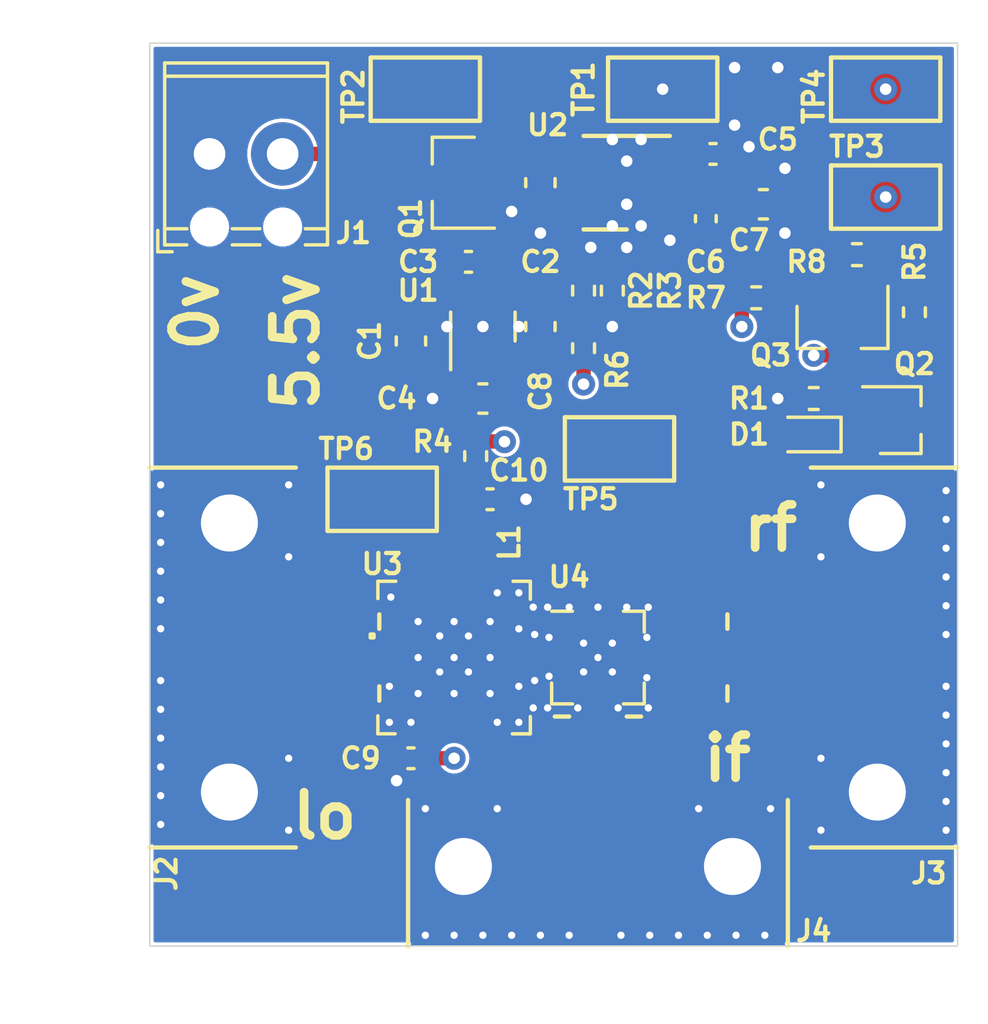
<source format=kicad_pcb>
(kicad_pcb (version 20201220) (generator pcbnew)
  (layers (0 "F.Cu" signal) (1 "In1.Cu" signal) (2 "In2.Cu" signal) (31 "B.Cu" signal) (34 "B.Paste" user) (35 "F.Paste" user) (36 "B.SilkS" user "B.Silkscreen") (37 "F.SilkS" user "F.Silkscreen") (38 "B.Mask" user) (39 "F.Mask" user) (44 "Edge.Cuts" user))
  (net 0 "")
  (net 1 "GND")
  (net 2 "Net-(C1-Pad1)")
  (net 3 "Net-(C3-Pad2)")
  (net 4 "Net-(C3-Pad1)")
  (net 5 "Net-(C4-Pad1)")
  (net 6 "Net-(C5-Pad1)")
  (net 7 "Net-(C6-Pad1)")
  (net 8 "Net-(C8-Pad1)")
  (net 9 "-5V")
  (net 10 "VDD")
  (net 11 "Net-(D1-Pad1)")
  (net 12 "Net-(J1-Pad2)")
  (net 13 "Net-(J2-Pad1)")
  (net 14 "Net-(J3-Pad1)")
  (net 15 "Net-(J4-Pad1)")
  (net 16 "Net-(L1-Pad2)")
  (net 17 "Net-(Q2-Pad3)")
  (net 18 "Net-(Q2-Pad1)")
  (net 19 "Net-(Q3-Pad3)")
  (net 20 "+5V")
  (net 21 "Net-(Q3-Pad1)")
  (net 22 "Net-(R2-Pad2)")
  (net 23 "Net-(TP6-Pad1)")
  (net 24 "no_connect_28")
  (net 25 "no_connect_27")
  (net 26 "Net-(U3-Pad5)")
  (net 27 "no_connect_26")
  (net 28 "no_connect_25")
  (footprint "jtk_rf_footprints:sw_edge_oshpark_4layer" (layer "F.Cu") (at 115 78.550001 180)
    (fp_text reference "J4")
    (fp_text value "Conn_Coaxial")
  )
  (footprint "Diode_SMD:D_SOD-523" (layer "F.Cu") (at 122.3 60.75 180)
    (fp_text reference "D1")
    (fp_text value "MM5Z3V3T1G")
  )
  (footprint "Resistor_SMD:R_0402_1005Metric" (layer "F.Cu") (at 120.5 56)
    (fp_text reference "R7")
    (fp_text value "0")
  )
  (footprint "TestPoint:TestPoint_Keystone_5015_Micro-Minature" (layer "F.Cu") (at 115.75 61.25)
    (fp_text reference "TP5")
    (fp_text value "TestPoint")
  )
  (footprint "Resistor_SMD:R_0402_1005Metric" (layer "F.Cu") (at 110.75 61.5 -90)
    (fp_text reference "R4")
    (fp_text value "0")
  )
  (footprint "Resistor_SMD:R_0402_1005Metric" (layer "F.Cu") (at 115.5 55.75 -90)
    (fp_text reference "R3")
    (fp_text value "10k")
  )
  (footprint "TestPoint:TestPoint_Keystone_5015_Micro-Minature" (layer "F.Cu") (at 125 52.5)
    (fp_text reference "TP3")
    (fp_text value "TestPoint")
  )
  (footprint "Capacitor_SMD:C_0402_1005Metric" (layer "F.Cu") (at 111.25 63)
    (fp_text reference "C10")
    (fp_text value "100 nF")
  )
  (footprint "Capacitor_SMD:C_0402_1005Metric" (layer "F.Cu") (at 110.5 54.75)
    (fp_text reference "C3")
    (fp_text value "1 uF")
  )
  (footprint "Capacitor_SMD:C_0603_1608Metric" (layer "F.Cu") (at 113 52 -90)
    (fp_text reference "C2")
    (fp_text value "4.7 uF")
  )
  (footprint "Capacitor_SMD:C_0603_1608Metric" (layer "F.Cu") (at 111 59.5 180)
    (fp_text reference "C4")
    (fp_text value "4.7 uF")
  )
  (footprint "jtk_rf_footprints:sw_edge_oshpark_4layer" (layer "F.Cu") (at 127.5 68.5 -90)
    (fp_text reference "J3")
    (fp_text value "Conn_Coaxial")
  )
  (footprint "TestPoint:TestPoint_Keystone_5015_Micro-Minature" (layer "F.Cu") (at 125 48.75 180)
    (fp_text reference "TP4")
    (fp_text value "TestPoint")
  )
  (footprint "TestPoint:TestPoint_Keystone_5015_Micro-Minature" (layer "F.Cu") (at 109 48.75)
    (fp_text reference "TP2")
    (fp_text value "TestPoint")
  )
  (footprint "Package_TO_SOT_SMD:SOT-323_SC-70" (layer "F.Cu") (at 125.5 60.25)
    (fp_text reference "Q2")
    (fp_text value "BC848W")
  )
  (footprint "jtk_rf_footprints:AQFN-12-1EP_3x3mm_P0.5mm_EP1.5x1.5mm-MAMX" (layer "F.Cu") (at 115 68.5)
    (fp_text reference "U4")
    (fp_text value "MAMX-011036")
  )
  (footprint "Capacitor_SMD:C_0603_1608Metric" (layer "F.Cu") (at 108.5 57.5 90)
    (fp_text reference "C1")
    (fp_text value "4.7 uF")
  )
  (footprint "Capacitor_SMD:C_0402_1005Metric" (layer "F.Cu") (at 108.5 72 180)
    (fp_text reference "C9")
    (fp_text value "100 nF")
  )
  (footprint "Capacitor_SMD:C_0603_1608Metric" (layer "F.Cu") (at 120.75 52.75)
    (fp_text reference "C7")
    (fp_text value "4.7 uF")
  )
  (footprint "Package_TO_SOT_SMD:SOT-23" (layer "F.Cu") (at 110 52 180)
    (fp_text reference "Q1")
    (fp_text value "IRLML6401")
  )
  (footprint "Package_TO_SOT_SMD:SOT-23" (layer "F.Cu") (at 123.5 57 -90)
    (fp_text reference "Q3")
    (fp_text value "IRLML6401")
  )
  (footprint "Capacitor_SMD:C_0402_1005Metric" (layer "F.Cu") (at 118.75 53.25 -90)
    (fp_text reference "C6")
    (fp_text value "1 nF")
  )
  (footprint "Capacitor_SMD:C_0402_1005Metric" (layer "F.Cu") (at 119 51)
    (fp_text reference "C5")
    (fp_text value "1 nF")
  )
  (footprint "Resistor_SMD:R_0402_1005Metric" (layer "F.Cu") (at 122.5 59.5 180)
    (fp_text reference "R1")
    (fp_text value "10k")
  )
  (footprint "jtk_rf_footprints:MACOM_LGA9" (layer "F.Cu") (at 110 68.5)
    (fp_text reference "U3")
    (fp_text value "MAAM-011109")
  )
  (footprint "TestPoint:TestPoint_Keystone_5015_Micro-Minature" (layer "F.Cu") (at 107.5 63 180)
    (fp_text reference "TP6")
    (fp_text value "Vdet")
  )
  (footprint "TestPoint:TestPoint_Keystone_5015_Micro-Minature" (layer "F.Cu") (at 117.25 48.75 180)
    (fp_text reference "TP1")
    (fp_text value "TestPoint")
  )
  (footprint "Inductor_SMD:L_0402_1005Metric" (layer "F.Cu") (at 110.75 64.5 -90)
    (fp_text reference "L1")
    (fp_text value "BLM18BB471")
  )
  (footprint "Resistor_SMD:R_0402_1005Metric" (layer "F.Cu") (at 114.5 55.75 90)
    (fp_text reference "R2")
    (fp_text value "10k")
  )
  (footprint "Resistor_SMD:R_0402_1005Metric" (layer "F.Cu") (at 124 54.5 180)
    (fp_text reference "R8")
    (fp_text value "10k")
  )
  (footprint "Resistor_SMD:R_0402_1005Metric" (layer "F.Cu") (at 114.5 57.75 -90)
    (fp_text reference "R6")
    (fp_text value "0")
  )
  (footprint "Capacitor_SMD:C_0603_1608Metric" (layer "F.Cu") (at 113 57 90)
    (fp_text reference "C8")
    (fp_text value "4.7 uF")
  )
  (footprint "Resistor_SMD:R_0402_1005Metric" (layer "F.Cu") (at 126 56.5 90)
    (fp_text reference "R5")
    (fp_text value "10k")
  )
  (footprint "TerminalBlock_Phoenix:TerminalBlock_Phoenix_MPT-0,5-2-2.54_1x02_P2.54mm_Horizontal" (layer "F.Cu") (at 101.5 51)
    (fp_text reference "J1")
    (fp_text value "Screw_Terminal_01x02")
  )
  (footprint "Package_SON:WSON-8-1EP_2x2mm_P0.5mm_EP0.9x1.6mm" (layer "F.Cu") (at 111 57 90)
    (fp_text reference "U1")
    (fp_text value "LM27761")
  )
  (footprint "Package_DFN_QFN:DFN-8-1EP_3x3mm_P0.5mm_EP1.66x2.38mm" (layer "F.Cu") (at 116 52 180)
    (fp_text reference "U2")
    (fp_text value "ADM7170ACPZ-5.0-R7")
  )
  (footprint "jtk_rf_footprints:sw_edge_oshpark_4layer" (layer "F.Cu") (at 99.400001 68.499999 90)
    (fp_text reference "J2")
    (fp_text value "Conn_Coaxial")
  )
  (gr_rect (start 127.5 78.525) (end 99.425 47.15) (layer "Edge.Cuts") (width 0.05) (fill none))
  (gr_text "rf" (at 121 64) (layer "F.SilkS") (effects (font (size 1.5 1.5) (thickness 0.3))))
  (gr_text "lo" (at 105.5 74) (layer "F.SilkS") (effects (font (size 1.5 1.5) (thickness 0.3))))
  (gr_text "0v" (at 101 56.5 90) (layer "F.SilkS") (effects (font (size 1.5 1.5) (thickness 0.3))))
  (gr_text "5.5v" (at 104.5 57.5 90) (layer "F.SilkS") (effects (font (size 1.5 1.5) (thickness 0.3))))
  (gr_text "if" (at 119.5 72) (layer "F.SilkS") (effects (font (size 1.5 1.5) (thickness 0.3))))
  (segment (start 115.5 56.26) (end 115.5 57) (width 0.5) (layer "F.Cu") (net 1))
  (segment (start 111.73 63) (end 112.5 63) (width 0.5) (layer "F.Cu") (net 1))
  (segment (start 113 52.775) (end 113 53.5) (width 0.5) (layer "F.Cu") (net 1))
  (segment (start 110.225 59.5) (end 109.25 59.5) (width 0.25) (layer "F.Cu") (net 1))
  (segment (start 110.75 57.95) (end 110.75 57.25) (width 0.25) (layer "F.Cu") (net 1))
  (segment (start 110.225 59.5) (end 110.225 59.025) (width 0.25) (layer "F.Cu") (net 1))
  (segment (start 111 52.95) (end 111.95 52.95) (width 0.5) (layer "F.Cu") (net 1))
  (segment (start 119.48 51) (end 120.25 51) (width 0.25) (layer "F.Cu") (net 1))
  (segment (start 108.02 72) (end 108.02 72.757) (width 0.5) (layer "F.Cu") (net 1))
  (segment (start 110.225 59.025) (end 110.75 58.5) (width 0.25) (layer "F.Cu") (net 1))
  (segment (start 111.95 52.95) (end 112 53) (width 0.5) (layer "F.Cu") (net 1))
  (segment (start 110.75 58.5) (end 110.75 57.95) (width 0.25) (layer "F.Cu") (net 1))
  (segment (start 114.6 51.75) (end 115.75 51.75) (width 0.25) (layer "F.Cu") (net 1))
  (segment (start 110.75 57.25) (end 111 57) (width 0.25) (layer "F.Cu") (net 1))
  (segment (start 121.99 59.5) (end 121.25 59.5) (width 0.5) (layer "F.Cu") (net 1))
  (segment (start 108.02 72.757) (end 108 72.777) (width 0.5) (layer "F.Cu") (net 1))
  (segment (start 115.75 51.75) (end 116 52) (width 0.25) (layer "F.Cu") (net 1))
  (via (at 108.75 68.5) (size 0.48) (drill 0.254) (layers "F.Cu" "B.Cu") (net 1))
  (via (at 113.25 66.75) (size 0.48) (drill 0.254) (layers "F.Cu" "B.Cu") (net 1))
  (via (at 113.25 70.25) (size 0.48) (drill 0.254) (layers "F.Cu" "B.Cu") (net 1))
  (via (at 121.5 53.75) (size 0.8) (drill 0.4) (layers "F.Cu" "B.Cu") (net 1))
  (via (at 118.5 73.75) (size 0.48) (drill 0.254) (layers "F.Cu" "B.Cu") (net 1))
  (via (at 111 57) (size 0.8) (drill 0.4) (layers "F.Cu" "B.Cu") (net 1))
  (via (at 122.75 72) (size 0.48) (drill 0.254) (layers "F.Cu" "B.Cu") (net 1))
  (via (at 115.5 53.5) (size 0.8) (drill 0.4) (layers "F.Cu" "B.Cu") (net 1))
  (via (at 115 68.5) (size 0.48) (drill 0.254) (layers "F.Cu" "B.Cu") (net 1))
  (via (at 110.5 69) (size 0.48) (drill 0.254) (layers "F.Cu" "B.Cu") (net 1))
  (via (at 117.25 48.75) (size 0.8) (drill 0.4) (layers "F.Cu" "B.Cu") (net 1))
  (via (at 108.75 69.75) (size 0.48) (drill 0.254) (layers "F.Cu" "B.Cu") (net 1))
  (via (at 114 66.75) (size 0.48) (drill 0.254) (layers "F.Cu" "B.Cu") (net 1))
  (via (at 115.5 68) (size 0.48) (drill 0.254) (layers "F.Cu" "B.Cu") (net 1))
  (via (at 112.25 69.5) (size 0.48) (drill 0.254) (layers "F.Cu" "B.Cu") (net 1))
  (via (at 121.25 59.5) (size 0.8) (drill 0.4) (layers "F.Cu" "B.Cu") (net 1))
  (via (at 116 66.75) (size 0.48) (drill 0.254) (layers "F.Cu" "B.Cu") (net 1))
  (via (at 112.8 67.7) (size 0.48) (drill 0.254) (layers "F.Cu" "B.Cu") (net 1))
  (via (at 116.5 53.5) (size 0.8) (drill 0.4) (layers "F.Cu" "B.Cu") (net 1))
  (via (at 115.5 69) (size 0.48) (drill 0.254) (layers "F.Cu" "B.Cu") (net 1))
  (via (at 116.75 70.25) (size 0.48) (drill 0.254) (layers "F.Cu" "B.Cu") (net 1))
  (via (at 111.25 69.75) (size 0.48) (drill 0.254) (layers "F.Cu" "B.Cu") (net 1))
  (via (at 115.7 70.25) (size 0.48) (drill 0.254) (layers "F.Cu" "B.Cu") (net 1))
  (via (at 110 67.25) (size 0.48) (drill 0.254) (layers "F.Cu" "B.Cu") (net 1))
  (via (at 115.5 57) (size 0.8) (drill 0.4) (layers "F.Cu" "B.Cu") (net 1))
  (via (at 107.8 66.4) (size 0.48) (drill 0.254) (layers "F.Cu" "B.Cu") (net 1))
  (via (at 116.7 67.8) (size 0.48) (drill 0.254) (layers "F.Cu" "B.Cu") (net 1))
  (via (at 121.25 48) (size 0.8) (drill 0.4) (layers "F.Cu" "B.Cu") (net 1))
  (via (at 104.25 62.5) (size 0.48) (drill 0.254) (layers "F.Cu" "B.Cu") (net 1))
  (via (at 115.5 50.5) (size 0.8) (drill 0.4) (layers "F.Cu" "B.Cu") (net 1))
  (via (at 114.5 68) (size 0.48) (drill 0.254) (layers "F.Cu" "B.Cu") (net 1))
  (via (at 116 54.25) (size 0.8) (drill 0.4) (layers "F.Cu" "B.Cu") (net 1))
  (via (at 120.25 50.75) (size 0.8) (drill 0.4) (layers "F.Cu" "B.Cu") (net 1))
  (via (at 116.5 50.5) (size 0.8) (drill 0.4) (layers "F.Cu" "B.Cu") (net 1))
  (via (at 109.5 67.75) (size 0.48) (drill 0.254) (layers "F.Cu" "B.Cu") (net 1))
  (via (at 109.5 69) (size 0.48) (drill 0.254) (layers "F.Cu" "B.Cu") (net 1))
  (via (at 107.75 70.75) (size 0.48) (drill 0.254) (layers "F.Cu" "B.Cu") (net 1))
  (via (at 110 69.75) (size 0.48) (drill 0.254) (layers "F.Cu" "B.Cu") (net 1))
  (via (at 111.5 66.25) (size 0.48) (drill 0.254) (layers "F.Cu" "B.Cu") (net 1))
  (via (at 112 53) (size 0.8) (drill 0.4) (layers "F.Cu" "B.Cu") (net 1))
  (via (at 109.25 59.5) (size 0.8) (drill 0.4) (layers "F.Cu" "B.Cu") (net 1))
  (via (at 116 52.75) (size 0.8) (drill 0.4) (layers "F.Cu" "B.Cu") (net 1))
  (via (at 114.75 54.25) (size 0.8) (drill 0.4) (layers "F.Cu" "B.Cu") (net 1))
  (via (at 116.7 69.2) (size 0.48) (drill 0.254) (layers "F.Cu" "B.Cu") (net 1))
  (via (at 112.25 67.5) (size 0.48) (drill 0.254) (layers "F.Cu" "B.Cu") (net 1))
  (via (at 112.8 69.3) (size 0.48) (drill 0.254) (layers "F.Cu" "B.Cu") (net 1))
  (via (at 104.25 74.5) (size 0.48) (drill 0.254) (layers "F.Cu" "B.Cu") (net 1))
  (via (at 112.5 63) (size 0.8) (drill 0.4) (layers "F.Cu" "B.Cu") (net 1))
  (via (at 109 73.75) (size 0.48) (drill 0.254) (layers "F.Cu" "B.Cu") (net 1))
  (via (at 119.75 50) (size 0.8) (drill 0.4) (layers "F.Cu" "B.Cu") (net 1))
  (via (at 108.5 70.75) (size 0.48) (drill 0.254) (layers "F.Cu" "B.Cu") (net 1))
  (via (at 112.75 66.75) (size 0.48) (drill 0.254) (layers "F.Cu" "B.Cu") (net 1))
  (via (at 112.25 66.25) (size 0.48) (drill 0.254) (layers "F.Cu" "B.Cu") (net 1))
  (via (at 114.3 70.25) (size 0.48) (drill 0.254) (layers "F.Cu" "B.Cu") (net 1))
  (via (at 121 73.75) (size 0.48) (drill 0.254) (layers "F.Cu" "B.Cu") (net 1))
  (via (at 108 72.777) (size 0.8) (drill 0.4) (layers "F.Cu" "B.Cu") (net 1))
  (via (at 116.75 66.75) (size 0.48) (drill 0.254) (layers "F.Cu" "B.Cu") (net 1))
  (via (at 104.25 72) (size 0.48) (drill 0.254) (layers "F.Cu" "B.Cu") (net 1))
  (via (at 117.5 54) (size 0.8) (drill 0.4) (layers "F.Cu" "B.Cu") (net 1))
  (via (at 104.25 65) (size 0.48) (drill 0.254) (layers "F.Cu" "B.Cu") (net 1))
  (via (at 113.3 67.8) (size 0.48) (drill 0.254) (layers "F.Cu" "B.Cu") (net 1))
  (via (at 119.75 48) (size 0.8) (drill 0.4) (layers "F.Cu" "B.Cu") (net 1))
  (via (at 112.25 70.75) (size 0.48) (drill 0.254) (layers "F.Cu" "B.Cu") (net 1))
  (via (at 115 66.75) (size 0.48) (drill 0.254) (layers "F.Cu" "B.Cu") (net 1))
  (via (at 113.3 69.15) (size 0.48) (drill 0.254) (layers "F.Cu" "B.Cu") (net 1))
  (via (at 109.75 57) (size 0.8) (drill 0.4) (layers "F.Cu" "B.Cu") (net 1))
  (via (at 116 51.25) (size 0.8) (drill 0.4) (layers "F.Cu" "B.Cu") (net 1))
  (via (at 112.75 70.25) (size 0.48) (drill 0.254) (layers "F.Cu" "B.Cu") (net 1))
  (via (at 111.25 68.5) (size 0.48) (drill 0.254) (layers "F.Cu" "B.Cu") (net 1))
  (via (at 111.5 73.75) (size 0.48) (drill 0.254) (layers "F.Cu" "B.Cu") (net 1))
  (via (at 114.5 69) (size 0.48) (drill 0.254) (layers "F.Cu" "B.Cu") (net 1))
  (via (at 112.25 57) (size 0.8) (drill 0.4) (layers "F.Cu" "B.Cu") (net 1))
  (via (at 110.5 67.75) (size 0.48) (drill 0.254) (layers "F.Cu" "B.Cu") (net 1))
  (via (at 107.75 69.5) (size 0.48) (drill 0.254) (layers "F.Cu" "B.Cu") (net 1))
  (via (at 110 68.5) (size 0.48) (drill 0.254) (layers "F.Cu" "B.Cu") (net 1))
  (via (at 113 53.75) (size 0.8) (drill 0.4) (layers "F.Cu" "B.Cu") (net 1))
  (via (at 122.75 65) (size 0.48) (drill 0.254) (layers "F.Cu" "B.Cu") (net 1))
  (via (at 111.25 67.25) (size 0.48) (drill 0.254) (layers "F.Cu" "B.Cu") (net 1))
  (via (at 108.75 67.25) (size 0.48) (drill 0.254) (layers "F.Cu" "B.Cu") (net 1))
  (via (at 121.5 51.5) (size 0.8) (drill 0.4) (layers "F.Cu" "B.Cu") (net 1))
  (via (at 122.75 74.5) (size 0.48) (drill 0.254) (layers "F.Cu" "B.Cu") (net 1))
  (via (at 122.75 62.5) (size 0.48) (drill 0.254) (layers "F.Cu" "B.Cu") (net 1))
  (via (at 111.5 70.75) (size 0.48) (drill 0.254) (layers "F.Cu" "B.Cu") (net 1))
  (segment (start 107.775 58.275) (end 108.5 58.275) (width 0.5) (layer "F.Cu") (net 2))
  (segment (start 110.95 51) (end 110 51) (width 0.5) (layer "F.Cu") (net 2))
  (segment (start 112.75 54.5) (end 113.5 54.5) (width 0.25) (layer "F.Cu") (net 2))
  (segment (start 114.6 52.25) (end 114 52.25) (width 0.25) (layer "F.Cu") (net 2))
  (segment (start 110 52.5) (end 110 52.75) (width 0.5) (layer "F.Cu") (net 2))
  (segment (start 113.99799 52.74799) (end 113.99799 52.24799) (width 0.25) (layer "F.Cu") (net 2))
  (segment (start 110.25 57.95) (end 110.25 58.25) (width 0.25) (layer "F.Cu") (net 2))
  (segment (start 109.25 58.5) (end 108.725 58.5) (width 0.5) (layer "F.Cu") (net 2))
  (segment (start 111.377009 55.217379) (end 112.094388 54.5) (width 0.25) (layer "F.Cu") (net 2))
  (segment (start 112.25 51.25) (end 112.275 51.225) (width 0.5) (layer "F.Cu") (net 2))
  (segment (start 107.5 54) (end 107 54.5) (width 0.5) (layer "F.Cu") (net 2))
  (segment (start 108.725 58.5) (end 108.5 58.275) (width 0.5) (layer "F.Cu") (net 2))
  (segment (start 114 51.25) (end 113.025 51.25) (width 0.5) (layer "F.Cu") (net 2))
  (segment (start 107 54.5) (end 107 57) (width 0.5) (layer "F.Cu") (net 2))
  (segment (start 113.5 54.5) (end 114 54) (width 0.25) (layer "F.Cu") (net 2))
  (segment (start 111.25 56.05) (end 111.25 55.533172) (width 0.25) (layer "F.Cu") (net 2))
  (segment (start 111.377009 55.406163) (end 111.377009 55.217379) (width 0.25) (layer "F.Cu") (net 2))
  (segment (start 111 51.05) (end 111.05 51) (width 0.5) (layer "F.Cu") (net 2))
  (segment (start 113.99799 53.99799) (end 113.99799 52.74799) (width 0.25) (layer "F.Cu") (net 2))
  (segment (start 107.75 58.25) (end 107.775 58.275) (width 0.5) (layer "F.Cu") (net 2))
  (segment (start 107 57.5) (end 107.75 58.25) (width 0.5) (layer "F.Cu") (net 2))
  (segment (start 111.05 51) (end 111.75 51) (width 0.5) (layer "F.Cu") (net 2))
  (segment (start 112.094388 54.5) (end 112.75 54.5) (width 0.25) (layer "F.Cu") (net 2))
  (segment (start 110 52.75) (end 109.25 53.5) (width 0.5) (layer "F.Cu") (net 2))
  (segment (start 114 52.25) (end 113.99799 52.24799) (width 0.25) (layer "F.Cu") (net 2))
  (segment (start 112.275 51.225) (end 113 51.225) (width 0.5) (layer "F.Cu") (net 2))
  (segment (start 110.25 58.25) (end 110 58.5) (width 0.25) (layer "F.Cu") (net 2))
  (segment (start 114 52.75) (end 113.99799 52.74799) (width 0.25) (layer "F.Cu") (net 2))
  (segment (start 113.99799 51.25201) (end 114 51.25) (width 0.25) (layer "F.Cu") (net 2))
  (segment (start 109.25 53.5) (end 108.75 54) (width 0.5) (layer "F.Cu") (net 2))
  (segment (start 111.25 55.533172) (end 111.377009 55.406163) (width 0.25) (layer "F.Cu") (net 2))
  (segment (start 113.025 51.25) (end 113 51.225) (width 0.5) (layer "F.Cu") (net 2))
  (segment (start 108.75 54) (end 107.5 54) (width 0.5) (layer "F.Cu") (net 2))
  (segment (start 114.6 52.75) (end 114 52.75) (width 0.25) (layer "F.Cu") (net 2))
  (segment (start 111 51.05) (end 110.95 51) (width 0.5) (layer "F.Cu") (net 2))
  (segment (start 112 51) (end 112.25 51.25) (width 0.5) (layer "F.Cu") (net 2))
  (segment (start 113.99799 52.24799) (end 113.99799 51.25201) (width 0.25) (layer "F.Cu") (net 2))
  (segment (start 111.75 51) (end 112 51) (width 0.5) (layer "F.Cu") (net 2))
  (segment (start 110 58.5) (end 109.25 58.5) (width 0.5) (layer "F.Cu") (net 2))
  (segment (start 107 57) (end 107 57.5) (width 0.5) (layer "F.Cu") (net 2))
  (segment (start 114.6 51.25) (end 114 51.25) (width 0.25) (layer "F.Cu") (net 2))
  (segment (start 114 54) (end 113.99799 53.99799) (width 0.25) (layer "F.Cu") (net 2))
  (segment (start 110 51) (end 110 52.5) (width 0.5) (layer "F.Cu") (net 2))
  (segment (start 110.75 55.5) (end 111 55.25) (width 0.25) (layer "F.Cu") (net 3))
  (segment (start 111 54.77) (end 110.98 54.75) (width 0.25) (layer "F.Cu") (net 3))
  (segment (start 111 55.25) (end 111 54.77) (width 0.25) (layer "F.Cu") (net 3))
  (segment (start 110.75 56.05) (end 110.75 55.5) (width 0.25) (layer "F.Cu") (net 3))
  (segment (start 110 55.25) (end 110 54.77) (width 0.25) (layer "F.Cu") (net 4))
  (segment (start 110.25 56.05) (end 110.25 55.5) (width 0.25) (layer "F.Cu") (net 4))
  (segment (start 110.25 55.5) (end 110 55.25) (width 0.25) (layer "F.Cu") (net 4))
  (segment (start 110 54.77) (end 110.02 54.75) (width 0.25) (layer "F.Cu") (net 4))
  (segment (start 111.25 58.5) (end 111.25 57.95) (width 0.25) (layer "F.Cu") (net 5))
  (segment (start 111.775 59.025) (end 111.25 58.5) (width 0.25) (layer "F.Cu") (net 5))
  (segment (start 111.775 59.5) (end 111.775 59.025) (width 0.25) (layer "F.Cu") (net 5))
  (segment (start 117.4 51.25) (end 118 51.25) (width 0.25) (layer "F.Cu") (net 6))
  (segment (start 118.25 51) (end 118.52 51) (width 0.25) (layer "F.Cu") (net 6))
  (segment (start 118 51.25) (end 118.25 51) (width 0.25) (layer "F.Cu") (net 6))
  (segment (start 118.77 52.75) (end 118.75 52.77) (width 0.5) (layer "F.Cu") (net 7))
  (segment (start 119.975 52.75) (end 118.77 52.75) (width 0.5) (layer "F.Cu") (net 7))
  (segment (start 120 57) (end 120 56.01) (width 0.5) (layer "F.Cu") (net 7))
  (segment (start 120 56.01) (end 119.99 56) (width 0.5) (layer "F.Cu") (net 7))
  (segment (start 119.975 55.985) (end 119.99 56) (width 0.5) (layer "F.Cu") (net 7))
  (segment (start 119.975 52.75) (end 119.975 55.985) (width 0.5) (layer "F.Cu") (net 7))
  (via (at 125 48.75) (size 0.8) (drill 0.4) (layers "F.Cu" "B.Cu") (net 7))
  (via (at 120 57) (size 0.8) (drill 0.4) (layers "F.Cu" "B.Cu") (net 7))
  (segment (start 113 60.75) (end 113.25 61) (width 0.5) (layer "F.Cu") (net 8))
  (segment (start 112 58.5) (end 112.75 58.5) (width 0.5) (layer "F.Cu") (net 8))
  (segment (start 113 58.649962) (end 113 60.75) (width 0.5) (layer "F.Cu") (net 8))
  (segment (start 113.25 61) (end 113.5 61.25) (width 0.5) (layer "F.Cu") (net 8))
  (segment (start 111.75 57.95) (end 111.75 58.25) (width 0.25) (layer "F.Cu") (net 8))
  (segment (start 114.01 57.24) (end 114.5 57.24) (width 0.5) (layer "F.Cu") (net 8))
  (segment (start 113.75 57.5) (end 114.01 57.24) (width 0.5) (layer "F.Cu") (net 8))
  (segment (start 114.5 57.24) (end 114.5 56.26) (width 0.5) (layer "F.Cu") (net 8))
  (segment (start 111.75 58.25) (end 112 58.5) (width 0.25) (layer "F.Cu") (net 8))
  (segment (start 113 57.775) (end 113.475 57.775) (width 0.5) (layer "F.Cu") (net 8))
  (segment (start 113.5 61.25) (end 115.75 61.25) (width 0.5) (layer "F.Cu") (net 8))
  (segment (start 113 57.775) (end 113 58.649962) (width 0.5) (layer "F.Cu") (net 8))
  (segment (start 113.475 57.775) (end 113.75 57.5) (width 0.5) (layer "F.Cu") (net 8))
  (segment (start 108.98 71.52) (end 108.98 72) (width 0.25) (layer "F.Cu") (net 9))
  (segment (start 114.5 58.26) (end 114.5 59) (width 0.5) (layer "F.Cu") (net 9))
  (segment (start 119.25 59.75) (end 120.25 60.75) (width 0.5) (layer "F.Cu") (net 9))
  (segment (start 109.3 71.2) (end 109.25 71.25) (width 0.25) (layer "F.Cu") (net 9))
  (segment (start 109.3 70.575) (end 109.3 71.2) (width 0.25) (layer "F.Cu") (net 9))
  (segment (start 109.25 71.25) (end 108.98 71.52) (width 0.25) (layer "F.Cu") (net 9))
  (segment (start 110 72) (end 108.98 72) (width 0.5) (layer "F.Cu") (net 9))
  (segment (start 117.76 58.26) (end 119.25 59.75) (width 0.5) (layer "F.Cu") (net 9))
  (segment (start 120.25 60.75) (end 121.6 60.75) (width 0.5) (layer "F.Cu") (net 9))
  (segment (start 114.5 58.26) (end 117.76 58.26) (width 0.5) (layer "F.Cu") (net 9))
  (via (at 110 72) (size 0.8) (drill 0.4) (layers "F.Cu" "B.Cu") (net 9))
  (via (at 114.5 59) (size 0.8) (drill 0.4) (layers "F.Cu" "B.Cu") (net 9))
  (segment (start 110.75 63.02) (end 110.77 63) (width 0.5) (layer "F.Cu") (net 10))
  (segment (start 110.77 63) (end 110.77 62.03) (width 0.5) (layer "F.Cu") (net 10))
  (segment (start 110.77 63) (end 110.75 63) (width 0.5) (layer "F.Cu") (net 10))
  (segment (start 110.75 64.015) (end 110.75 63.02) (width 0.5) (layer "F.Cu") (net 10))
  (segment (start 110.77 62.03) (end 110.75 62.01) (width 0.5) (layer "F.Cu") (net 10))
  (segment (start 123.5 60.75) (end 123 60.75) (width 0.5) (layer "F.Cu") (net 11))
  (segment (start 124.5 60.9) (end 123.65 60.9) (width 0.5) (layer "F.Cu") (net 11))
  (segment (start 123.65 60.9) (end 123.5 60.75) (width 0.5) (layer "F.Cu") (net 11))
  (segment (start 109 52) (end 106.5 52) (width 0.5) (layer "F.Cu") (net 12))
  (segment (start 109 48.75) (end 109 52) (width 0.5) (layer "F.Cu") (net 12))
  (segment (start 104.04 51) (end 105.5 51) (width 0.5) (layer "F.Cu") (net 12))
  (segment (start 106.5 52) (end 106 51.5) (width 0.5) (layer "F.Cu") (net 12))
  (segment (start 105.5 51) (end 106 51.5) (width 0.5) (layer "F.Cu") (net 12))
  (segment (start 107.599999 68.499999) (end 102.440001 68.499999) (width 0.39) (layer "F.Cu") (net 13))
  (segment (start 107.925 68.5) (end 107.599999 68.499999) (width 0.39) (layer "F.Cu") (net 13))
  (segment (start 116.755394 68.5) (end 116.656398 68.5) (width 0.39) (layer "F.Cu") (net 14))
  (segment (start 124.46 68.5) (end 116.755394 68.5) (width 0.39) (layer "F.Cu") (net 14))
  (segment (start 115 75.510001) (end 115 70.255394) (width 0.39) (layer "F.Cu") (net 15))
  (segment (start 110.75 65.75) (end 110.75 64.985) (width 0.25) (layer "F.Cu") (net 16))
  (segment (start 110.7 66.425) (end 110.7 65.8) (width 0.25) (layer "F.Cu") (net 16))
  (segment (start 110.7 65.8) (end 110.75 65.75) (width 0.25) (layer "F.Cu") (net 16))
  (segment (start 126 58.5) (end 126.5 59) (width 0.5) (layer "F.Cu") (net 17))
  (segment (start 126.5 59) (end 126.5 60) (width 0.5) (layer "F.Cu") (net 17))
  (segment (start 126 57.01) (end 126 58.5) (width 0.5) (layer "F.Cu") (net 17))
  (segment (start 123.85 59.6) (end 123.75 59.5) (width 0.5) (layer "F.Cu") (net 18))
  (segment (start 123.01 59.5) (end 123.75 59.5) (width 0.5) (layer "F.Cu") (net 18))
  (segment (start 124.5 59.6) (end 123.85 59.6) (width 0.5) (layer "F.Cu") (net 18))
  (segment (start 123.5 58) (end 122.5 58) (width 0.5) (layer "F.Cu") (net 19))
  (segment (start 110.75 60.99) (end 111.74 60.99) (width 0.5) (layer "F.Cu") (net 19))
  (segment (start 111.74 60.99) (end 111.75 61) (width 0.5) (layer "F.Cu") (net 19))
  (via (at 111.75 61) (size 0.8) (drill 0.4) (layers "F.Cu" "B.Cu") (net 19))
  (via (at 122.5 58) (size 0.8) (drill 0.4) (layers "F.Cu" "B.Cu") (net 19))
  (via (at 125 52.5) (size 0.8) (drill 0.4) (layers "F.Cu" "B.Cu") (net 19))
  (segment (start 122.5 54.75) (end 122.5 55.95) (width 0.5) (layer "F.Cu") (net 20))
  (segment (start 121.01 56) (end 122.55 56) (width 0.5) (layer "F.Cu") (net 20))
  (segment (start 122.75 54.5) (end 122.5 54.75) (width 0.5) (layer "F.Cu") (net 20))
  (segment (start 122.5 55.95) (end 122.55 56) (width 0.5) (layer "F.Cu") (net 20))
  (segment (start 123.49 54.5) (end 122.75 54.5) (width 0.5) (layer "F.Cu") (net 20))
  (segment (start 124.45 56) (end 125.99 56) (width 0.5) (layer "F.Cu") (net 21))
  (segment (start 124.51 55.94) (end 124.45 56) (width 0.5) (layer "F.Cu") (net 21))
  (segment (start 125.99 56) (end 126 55.99) (width 0.5) (layer "F.Cu") (net 21))
  (segment (start 124.51 54.5) (end 124.51 55.94) (width 0.5) (layer "F.Cu") (net 21))
  (segment (start 114.5 55.24) (end 115.5 55.24) (width 0.25) (layer "F.Cu") (net 22))
  (segment (start 111.75 56.05) (end 111.75 55.5) (width 0.25) (layer "F.Cu") (net 22))
  (segment (start 112 55.25) (end 112.01 55.24) (width 0.25) (layer "F.Cu") (net 22))
  (segment (start 111.75 55.5) (end 112 55.25) (width 0.25) (layer "F.Cu") (net 22))
  (segment (start 112.01 55.24) (end 114.5 55.24) (width 0.25) (layer "F.Cu") (net 22))
  (segment (start 107.5 64.75) (end 107.5 63) (width 0.25) (layer "F.Cu") (net 23))
  (segment (start 107.75 65) (end 107.5 64.75) (width 0.25) (layer "F.Cu") (net 23))
  (segment (start 109.3 66.425) (end 109.3 65.3) (width 0.25) (layer "F.Cu") (net 23))
  (segment (start 108.5 65) (end 107.75 65) (width 0.25) (layer "F.Cu") (net 23))
  (segment (start 109 65) (end 108.5 65) (width 0.25) (layer "F.Cu") (net 23))
  (segment (start 109.3 65.3) (end 109 65) (width 0.25) (layer "F.Cu") (net 23))
  (segment (start 113 68.5) (end 113.344606 68.5) (width 0.39) (layer "F.Cu") (net 26))
  (segment (start 112.075 68.5) (end 113 68.5) (width 0.39) (layer "F.Cu") (net 26))
  (zone (net 1) (net_name "GND") (layer "F.Cu") (priority 2) (connect_pads yes (clearance 0.254)) (min_thickness 0.2) (fill yes (thermal_gap 0.508) (thermal_bridge_width 0.508))
    (polygon (pts (xy 122 54.75) (xy 111.75 54.75) (xy 111.75 54) (xy 110.5 54) (xy 110.5 52.25) (xy 113.75 52.25) (xy 113.75 53.75) (xy 115 53.75) (xy 115 50.5) (xy 117 50.5) (xy 117 53.5) (xy 120.75 53.5) (xy 120.75 51.25) (xy 119.25 51.25) (xy 119.25 50.25) (xy 114.75 50.25) (xy 114.75 47.25) (xy 122 47.25)))
  )
  (zone (net 14) (net_name "Net-(J3-Pad1)") (layer "F.Cu") (connect_pads yes (clearance 0.127)) (min_thickness 0.127) (fill yes (thermal_gap 0.508) (thermal_bridge_width 0.508))
    (polygon (pts (xy 116.64 68.69) (xy 116.38 68.65) (xy 116.12 68.65) (xy 116.12 68.35) (xy 116.38 68.35) (xy 116.64 68.31)))
  )
  (zone (net 1) (net_name "GND") (layer "F.Cu") (priority 2) (connect_pads yes (clearance 0.254)) (min_thickness 0.2) (fill yes (thermal_gap 0.508) (thermal_bridge_width 0.508))
    (polygon (pts (xy 108.1 67.75) (xy 107.55 67.75) (xy 107.55 66) (xy 108.1 66)))
  )
  (zone (net 1) (net_name "GND") (layer "F.Cu") (connect_pads yes (clearance 0.127)) (min_thickness 0.127) (fill yes (thermal_gap 0.508) (thermal_bridge_width 0.508))
    (polygon (pts (xy 117.1 69.05) (xy 117.1 70.6) (xy 115.55 70.6) (xy 115.35 69.95) (xy 115.35 69.25) (xy 115.65 69.25) (xy 115.65 69.95) (xy 116.45 69.95) (xy 116.45 69.15) (xy 115.75 69.15) (xy 115.75 68.85) (xy 116.4 68.85)))
  )
  (zone (net 1) (net_name "GND") (layer "F.Cu") (connect_pads yes (clearance 0.254)) (min_thickness 0.254) (fill yes (thermal_gap 0.508) (thermal_bridge_width 0.508))
    (polygon (pts (xy 113.75 57.5) (xy 107.75 57.5) (xy 107.75 56) (xy 109.25 56) (xy 109.25 56.5) (xy 112.25 56.5) (xy 112.25 55.5) (xy 113.75 55.5)))
  )
  (zone (net 1) (net_name "GND") (layer "F.Cu") (connect_pads yes (clearance 0.127)) (min_thickness 0.127) (fill yes (thermal_gap 0.508) (thermal_bridge_width 0.508))
    (polygon (pts (xy 117.1 67.95) (xy 116.425 68.15) (xy 115.75 68.15) (xy 115.75 67.85) (xy 116.45 67.85) (xy 116.45 67.05) (xy 115.65 67.05) (xy 115.65 67.75) (xy 115.35 67.75) (xy 115.35 67.05) (xy 115.15 67.05) (xy 115.15 67.75) (xy 114.85 67.75) (xy 114.85 67.05) (xy 114.65 67.05) (xy 114.65 67.75) (xy 114.35 67.75) (xy 114.35 67.05) (xy 113.55 67.05) (xy 113.55 67.85) (xy 114.25 67.85) (xy 114.25 68.15) (xy 113.6 68.15) (xy 112.5 67.9) (xy 112.3 67.9) (xy 112.3 66.4) (xy 117.1 66.4)))
  )
  (zone (net 7) (net_name "Net-(C6-Pad1)") (layer "F.Cu") (connect_pads yes (clearance 0.254)) (min_thickness 0.254) (fill yes (thermal_gap 0.508) (thermal_bridge_width 0.508))
    (polygon (pts (xy 120.5 53.25) (xy 117 53.25) (xy 117 51.5) (xy 120.5 51.5)))
  )
  (zone (net 15) (net_name "Net-(J4-Pad1)") (layer "F.Cu") (connect_pads yes (clearance 0.127)) (min_thickness 0.127) (fill yes (thermal_gap 0.508) (thermal_bridge_width 0.508))
    (polygon (pts (xy 115.15 69.88) (xy 115.19 70.25) (xy 114.81 70.25) (xy 114.85 69.88) (xy 114.85 69.8) (xy 115.15 69.8)))
  )
  (zone (net 1) (net_name "GND") (layer "F.Cu") (connect_pads yes (clearance 0.127)) (min_thickness 0.127) (fill yes (thermal_gap 0.508) (thermal_bridge_width 0.508))
    (polygon (pts (xy 114.25 69.15) (xy 113.55 69.15) (xy 113.55 70) (xy 114.35 70) (xy 114.35 69.25) (xy 114.65 69.25) (xy 114.65 70) (xy 114.45 70.6) (xy 111.5 70.6) (xy 111.5 69.1) (xy 112.5 69.1) (xy 113.6 68.85) (xy 114.25 68.85)))
  )
  (zone (net 1) (net_name "GND") (layer "F.Cu") (connect_pads yes (clearance 0.127)) (min_thickness 0.127) (fill yes (thermal_gap 0.508) (thermal_bridge_width 0.508))
    (polygon (pts (xy 117 50.5) (xy 115 50.5) (xy 115 50.25) (xy 117 50.25)))
  )
  (zone (net 26) (net_name "Net-(U3-Pad5)") (layer "F.Cu") (connect_pads yes (clearance 0.127)) (min_thickness 0.127) (fill yes (thermal_gap 0.508) (thermal_bridge_width 0.508))
    (polygon (pts (xy 113.62 68.35) (xy 113.89 68.35) (xy 113.89 68.65) (xy 113.61 68.65) (xy 113.36 68.69) (xy 113.36 68.31)))
  )
  (zone (net 1) (net_name "GND") (layers "In1.Cu" "B.Cu") (connect_pads yes (clearance 0.127)) (min_thickness 0.127) (fill yes (thermal_gap 0.508) (thermal_bridge_width 0.508))
    (polygon (pts (xy 127.75 78.75) (xy 99.25 78.75) (xy 99.25 47) (xy 127.75 47)))
  )
)
</source>
